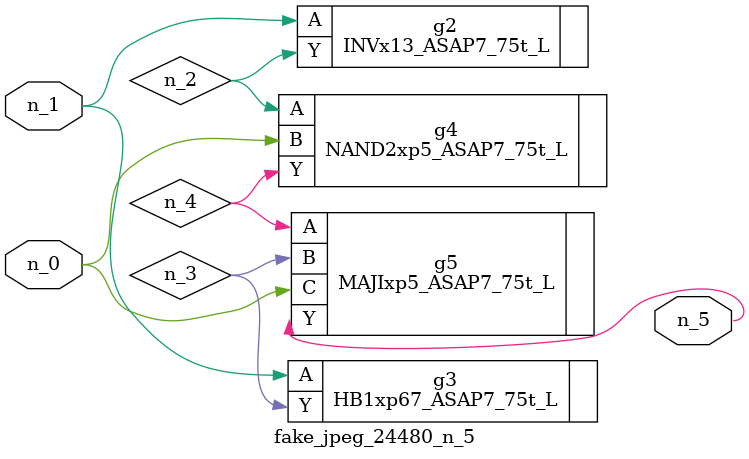
<source format=v>
module fake_jpeg_24480_n_5 (n_0, n_1, n_5);

input n_0;
input n_1;

output n_5;

wire n_2;
wire n_3;
wire n_4;

INVx13_ASAP7_75t_L g2 ( 
.A(n_1),
.Y(n_2)
);

HB1xp67_ASAP7_75t_L g3 ( 
.A(n_1),
.Y(n_3)
);

NAND2xp5_ASAP7_75t_L g4 ( 
.A(n_2),
.B(n_0),
.Y(n_4)
);

MAJIxp5_ASAP7_75t_L g5 ( 
.A(n_4),
.B(n_3),
.C(n_0),
.Y(n_5)
);


endmodule
</source>
